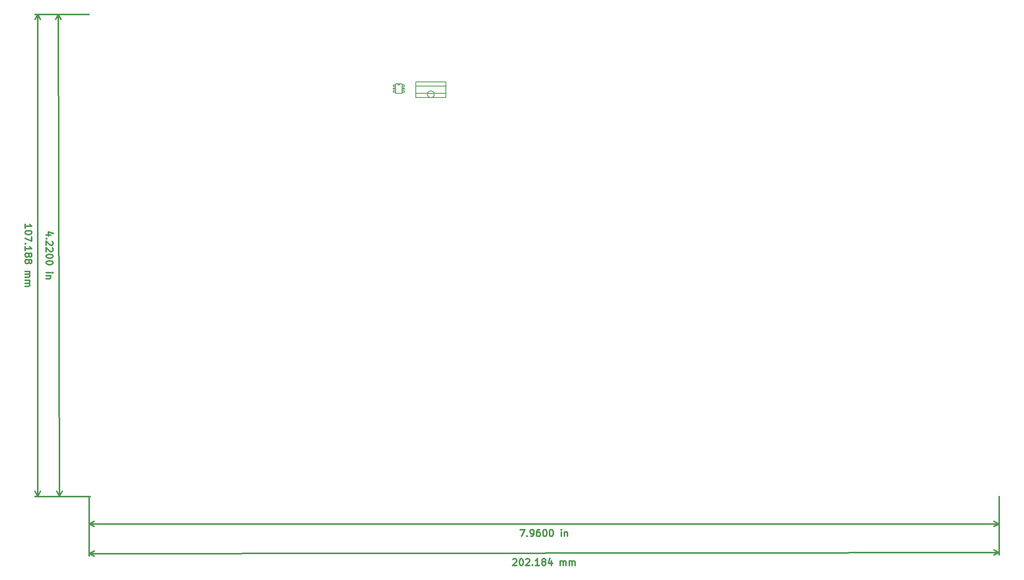
<source format=gbr>
G04 #@! TF.GenerationSoftware,KiCad,Pcbnew,(5.0.0-rc2-dev-586-g888c43477)*
G04 #@! TF.CreationDate,2018-06-03T13:52:13-03:00*
G04 #@! TF.ProjectId,Mcc18,4D636331382E6B696361645F70636200,rev?*
G04 #@! TF.SameCoordinates,Original*
G04 #@! TF.FileFunction,Drawing*
%FSLAX46Y46*%
G04 Gerber Fmt 4.6, Leading zero omitted, Abs format (unit mm)*
G04 Created by KiCad (PCBNEW (5.0.0-rc2-dev-586-g888c43477)) date 06/03/18 13:52:13*
%MOMM*%
%LPD*%
G01*
G04 APERTURE LIST*
%ADD10C,0.300000*%
%ADD11C,0.152400*%
G04 APERTURE END LIST*
D10*
X145808571Y-154440571D02*
X146808571Y-154440571D01*
X146165714Y-155940571D01*
X147380000Y-155797714D02*
X147451428Y-155869142D01*
X147380000Y-155940571D01*
X147308571Y-155869142D01*
X147380000Y-155797714D01*
X147380000Y-155940571D01*
X148165714Y-155940571D02*
X148451428Y-155940571D01*
X148594285Y-155869142D01*
X148665714Y-155797714D01*
X148808571Y-155583428D01*
X148880000Y-155297714D01*
X148880000Y-154726285D01*
X148808571Y-154583428D01*
X148737142Y-154512000D01*
X148594285Y-154440571D01*
X148308571Y-154440571D01*
X148165714Y-154512000D01*
X148094285Y-154583428D01*
X148022857Y-154726285D01*
X148022857Y-155083428D01*
X148094285Y-155226285D01*
X148165714Y-155297714D01*
X148308571Y-155369142D01*
X148594285Y-155369142D01*
X148737142Y-155297714D01*
X148808571Y-155226285D01*
X148880000Y-155083428D01*
X150165714Y-154440571D02*
X149880000Y-154440571D01*
X149737142Y-154512000D01*
X149665714Y-154583428D01*
X149522857Y-154797714D01*
X149451428Y-155083428D01*
X149451428Y-155654857D01*
X149522857Y-155797714D01*
X149594285Y-155869142D01*
X149737142Y-155940571D01*
X150022857Y-155940571D01*
X150165714Y-155869142D01*
X150237142Y-155797714D01*
X150308571Y-155654857D01*
X150308571Y-155297714D01*
X150237142Y-155154857D01*
X150165714Y-155083428D01*
X150022857Y-155012000D01*
X149737142Y-155012000D01*
X149594285Y-155083428D01*
X149522857Y-155154857D01*
X149451428Y-155297714D01*
X151237142Y-154440571D02*
X151380000Y-154440571D01*
X151522857Y-154512000D01*
X151594285Y-154583428D01*
X151665714Y-154726285D01*
X151737142Y-155012000D01*
X151737142Y-155369142D01*
X151665714Y-155654857D01*
X151594285Y-155797714D01*
X151522857Y-155869142D01*
X151380000Y-155940571D01*
X151237142Y-155940571D01*
X151094285Y-155869142D01*
X151022857Y-155797714D01*
X150951428Y-155654857D01*
X150880000Y-155369142D01*
X150880000Y-155012000D01*
X150951428Y-154726285D01*
X151022857Y-154583428D01*
X151094285Y-154512000D01*
X151237142Y-154440571D01*
X152665714Y-154440571D02*
X152808571Y-154440571D01*
X152951428Y-154512000D01*
X153022857Y-154583428D01*
X153094285Y-154726285D01*
X153165714Y-155012000D01*
X153165714Y-155369142D01*
X153094285Y-155654857D01*
X153022857Y-155797714D01*
X152951428Y-155869142D01*
X152808571Y-155940571D01*
X152665714Y-155940571D01*
X152522857Y-155869142D01*
X152451428Y-155797714D01*
X152380000Y-155654857D01*
X152308571Y-155369142D01*
X152308571Y-155012000D01*
X152380000Y-154726285D01*
X152451428Y-154583428D01*
X152522857Y-154512000D01*
X152665714Y-154440571D01*
X154951428Y-155940571D02*
X154951428Y-154940571D01*
X154951428Y-154440571D02*
X154880000Y-154512000D01*
X154951428Y-154583428D01*
X155022857Y-154512000D01*
X154951428Y-154440571D01*
X154951428Y-154583428D01*
X155665714Y-154940571D02*
X155665714Y-155940571D01*
X155665714Y-155083428D02*
X155737142Y-155012000D01*
X155880000Y-154940571D01*
X156094285Y-154940571D01*
X156237142Y-155012000D01*
X156308571Y-155154857D01*
X156308571Y-155940571D01*
X50038000Y-153162000D02*
X252222000Y-153162000D01*
X50038000Y-147066000D02*
X50038000Y-153748421D01*
X252222000Y-147066000D02*
X252222000Y-153748421D01*
X252222000Y-153162000D02*
X251095496Y-153748421D01*
X252222000Y-153162000D02*
X251095496Y-152575579D01*
X50038000Y-153162000D02*
X51164504Y-153748421D01*
X50038000Y-153162000D02*
X51164504Y-152575579D01*
X144218854Y-161068472D02*
X144290193Y-160996954D01*
X144432960Y-160925346D01*
X144790103Y-160924897D01*
X144933049Y-160996146D01*
X145004568Y-161067485D01*
X145076176Y-161210252D01*
X145076355Y-161353109D01*
X145005196Y-161567484D01*
X144149130Y-162425703D01*
X145077701Y-162424537D01*
X146004387Y-160923371D02*
X146147245Y-160923192D01*
X146290191Y-160994441D01*
X146361710Y-161065780D01*
X146433317Y-161208547D01*
X146505105Y-161494171D01*
X146505554Y-161851314D01*
X146434484Y-162137118D01*
X146363235Y-162280065D01*
X146291896Y-162351583D01*
X146149129Y-162423191D01*
X146006272Y-162423370D01*
X145863325Y-162352121D01*
X145791807Y-162280782D01*
X145720199Y-162138015D01*
X145648411Y-161852391D01*
X145647963Y-161495248D01*
X145719032Y-161209444D01*
X145790281Y-161066498D01*
X145861620Y-160994979D01*
X146004387Y-160923371D01*
X147075995Y-161064882D02*
X147147333Y-160993364D01*
X147290101Y-160921756D01*
X147647243Y-160921308D01*
X147790190Y-160992557D01*
X147861708Y-161063895D01*
X147933316Y-161206663D01*
X147933496Y-161349520D01*
X147862336Y-161563895D01*
X147006271Y-162422114D01*
X147934842Y-162420947D01*
X148577519Y-162277283D02*
X148649037Y-162348622D01*
X148577698Y-162420140D01*
X148506180Y-162348801D01*
X148577519Y-162277283D01*
X148577698Y-162420140D01*
X150077697Y-162418255D02*
X149220555Y-162419332D01*
X149649126Y-162418794D02*
X149647242Y-160918795D01*
X149504654Y-161133260D01*
X149361976Y-161276297D01*
X149219209Y-161347904D01*
X150933763Y-161560036D02*
X150790816Y-161488787D01*
X150719298Y-161417449D01*
X150647690Y-161274681D01*
X150647600Y-161203253D01*
X150718849Y-161060306D01*
X150790188Y-160988788D01*
X150932955Y-160917180D01*
X151218669Y-160916821D01*
X151361616Y-160988070D01*
X151433134Y-161059409D01*
X151504742Y-161202176D01*
X151504832Y-161273604D01*
X151433583Y-161416551D01*
X151362244Y-161488069D01*
X151219477Y-161559677D01*
X150933763Y-161560036D01*
X150790995Y-161631644D01*
X150719657Y-161703163D01*
X150648407Y-161846109D01*
X150648766Y-162131823D01*
X150720374Y-162274591D01*
X150791893Y-162345930D01*
X150934839Y-162417179D01*
X151220553Y-162416820D01*
X151363321Y-162345212D01*
X151434660Y-162273693D01*
X151505909Y-162130747D01*
X151505550Y-161845033D01*
X151433942Y-161702265D01*
X151362423Y-161630927D01*
X151219477Y-161559677D01*
X152790725Y-161414846D02*
X152791981Y-162414846D01*
X152432864Y-160843867D02*
X152077068Y-161915743D01*
X153005638Y-161914577D01*
X154720551Y-162412423D02*
X154719294Y-161412423D01*
X154719474Y-161555280D02*
X154790813Y-161483762D01*
X154933580Y-161412154D01*
X155147866Y-161411885D01*
X155290812Y-161483134D01*
X155362420Y-161625901D01*
X155363407Y-162411615D01*
X155362420Y-161625901D02*
X155433669Y-161482955D01*
X155576437Y-161411347D01*
X155790722Y-161411077D01*
X155933669Y-161482326D01*
X156005277Y-161625094D01*
X156006264Y-162410807D01*
X156720549Y-162409910D02*
X156719293Y-161409911D01*
X156719472Y-161552768D02*
X156790811Y-161481250D01*
X156933578Y-161409642D01*
X157147864Y-161409372D01*
X157290811Y-161480622D01*
X157362419Y-161623389D01*
X157363406Y-162409103D01*
X157362419Y-161623389D02*
X157433668Y-161480442D01*
X157576435Y-161408834D01*
X157790721Y-161408565D01*
X157933667Y-161479814D01*
X158005275Y-161622581D01*
X158006262Y-162408295D01*
X252237635Y-159511341D02*
X50053635Y-159765341D01*
X252222000Y-147066000D02*
X252238372Y-160097761D01*
X50038000Y-147320000D02*
X50054372Y-160351761D01*
X50053635Y-159765341D02*
X51179401Y-159177506D01*
X50053635Y-159765341D02*
X51180875Y-160350346D01*
X252237635Y-159511341D02*
X251110395Y-158926336D01*
X252237635Y-159511341D02*
X251111869Y-160099176D01*
X41521937Y-88956753D02*
X40521940Y-88959123D01*
X42092518Y-88598257D02*
X41020246Y-88243654D01*
X41022446Y-89172223D01*
X40666658Y-89744496D02*
X40595399Y-89816094D01*
X40523802Y-89744835D01*
X40595061Y-89673237D01*
X40666658Y-89744496D01*
X40523802Y-89744835D01*
X41882464Y-90384474D02*
X41954062Y-90455733D01*
X42025829Y-90598421D01*
X42026675Y-90955563D01*
X41955585Y-91098589D01*
X41884326Y-91170186D01*
X41741639Y-91241953D01*
X41598782Y-91242292D01*
X41384327Y-91171371D01*
X40525156Y-90316262D01*
X40527356Y-91244831D01*
X41885849Y-91813042D02*
X41957447Y-91884301D01*
X42029214Y-92026988D01*
X42030060Y-92384130D01*
X41958970Y-92527156D01*
X41887711Y-92598754D01*
X41745024Y-92670521D01*
X41602167Y-92670859D01*
X41387713Y-92599939D01*
X40528541Y-91744829D01*
X40530741Y-92673398D01*
X42032938Y-93598413D02*
X42033276Y-93741269D01*
X41962186Y-93884295D01*
X41890927Y-93955893D01*
X41748240Y-94027660D01*
X41462696Y-94099765D01*
X41105554Y-94100612D01*
X40819671Y-94029860D01*
X40676645Y-93958770D01*
X40605047Y-93887511D01*
X40533280Y-93744824D01*
X40532942Y-93601967D01*
X40604032Y-93458941D01*
X40675291Y-93387343D01*
X40817978Y-93315577D01*
X41103523Y-93243471D01*
X41460664Y-93242625D01*
X41746547Y-93313376D01*
X41889573Y-93384466D01*
X41961171Y-93455725D01*
X42032938Y-93598413D01*
X42036323Y-95026980D02*
X42036661Y-95169837D01*
X41965572Y-95312863D01*
X41894312Y-95384460D01*
X41751625Y-95456227D01*
X41466081Y-95528333D01*
X41108939Y-95529179D01*
X40823056Y-95458428D01*
X40680030Y-95387338D01*
X40608433Y-95316079D01*
X40536666Y-95173391D01*
X40536327Y-95030534D01*
X40607417Y-94887508D01*
X40678676Y-94815911D01*
X40821364Y-94744144D01*
X41106908Y-94672039D01*
X41464050Y-94671192D01*
X41749932Y-94741944D01*
X41892958Y-94813033D01*
X41964556Y-94884292D01*
X42036323Y-95026980D01*
X40541743Y-97316242D02*
X41541741Y-97313873D01*
X42041739Y-97312688D02*
X41970142Y-97241429D01*
X41898883Y-97313026D01*
X41970480Y-97384285D01*
X42041739Y-97312688D01*
X41898883Y-97313026D01*
X41543433Y-98028156D02*
X40543436Y-98030526D01*
X41400577Y-98028495D02*
X41472174Y-98099754D01*
X41543941Y-98242441D01*
X41544449Y-98456727D01*
X41473359Y-98599753D01*
X41330672Y-98671519D01*
X40544959Y-98673381D01*
X43184252Y-39894241D02*
X43438252Y-147082241D01*
X50038000Y-39878000D02*
X42597833Y-39895631D01*
X50292000Y-147066000D02*
X42851833Y-147083631D01*
X43438252Y-147082241D02*
X42849163Y-145957130D01*
X43438252Y-147082241D02*
X44022002Y-145954351D01*
X43184252Y-39894241D02*
X42600502Y-41022131D01*
X43184252Y-39894241D02*
X43773341Y-41019352D01*
X35829428Y-87400571D02*
X35829428Y-86543428D01*
X35829428Y-86972000D02*
X37329428Y-86972000D01*
X37115142Y-86829142D01*
X36972285Y-86686285D01*
X36900857Y-86543428D01*
X37329428Y-88329142D02*
X37329428Y-88472000D01*
X37258000Y-88614857D01*
X37186571Y-88686285D01*
X37043714Y-88757714D01*
X36758000Y-88829142D01*
X36400857Y-88829142D01*
X36115142Y-88757714D01*
X35972285Y-88686285D01*
X35900857Y-88614857D01*
X35829428Y-88472000D01*
X35829428Y-88329142D01*
X35900857Y-88186285D01*
X35972285Y-88114857D01*
X36115142Y-88043428D01*
X36400857Y-87972000D01*
X36758000Y-87972000D01*
X37043714Y-88043428D01*
X37186571Y-88114857D01*
X37258000Y-88186285D01*
X37329428Y-88329142D01*
X37329428Y-89329142D02*
X37329428Y-90329142D01*
X35829428Y-89686285D01*
X35972285Y-90900571D02*
X35900857Y-90972000D01*
X35829428Y-90900571D01*
X35900857Y-90829142D01*
X35972285Y-90900571D01*
X35829428Y-90900571D01*
X35829428Y-92400571D02*
X35829428Y-91543428D01*
X35829428Y-91972000D02*
X37329428Y-91972000D01*
X37115142Y-91829142D01*
X36972285Y-91686285D01*
X36900857Y-91543428D01*
X36686571Y-93257714D02*
X36758000Y-93114857D01*
X36829428Y-93043428D01*
X36972285Y-92972000D01*
X37043714Y-92972000D01*
X37186571Y-93043428D01*
X37258000Y-93114857D01*
X37329428Y-93257714D01*
X37329428Y-93543428D01*
X37258000Y-93686285D01*
X37186571Y-93757714D01*
X37043714Y-93829142D01*
X36972285Y-93829142D01*
X36829428Y-93757714D01*
X36758000Y-93686285D01*
X36686571Y-93543428D01*
X36686571Y-93257714D01*
X36615142Y-93114857D01*
X36543714Y-93043428D01*
X36400857Y-92972000D01*
X36115142Y-92972000D01*
X35972285Y-93043428D01*
X35900857Y-93114857D01*
X35829428Y-93257714D01*
X35829428Y-93543428D01*
X35900857Y-93686285D01*
X35972285Y-93757714D01*
X36115142Y-93829142D01*
X36400857Y-93829142D01*
X36543714Y-93757714D01*
X36615142Y-93686285D01*
X36686571Y-93543428D01*
X36686571Y-94686285D02*
X36758000Y-94543428D01*
X36829428Y-94472000D01*
X36972285Y-94400571D01*
X37043714Y-94400571D01*
X37186571Y-94472000D01*
X37258000Y-94543428D01*
X37329428Y-94686285D01*
X37329428Y-94972000D01*
X37258000Y-95114857D01*
X37186571Y-95186285D01*
X37043714Y-95257714D01*
X36972285Y-95257714D01*
X36829428Y-95186285D01*
X36758000Y-95114857D01*
X36686571Y-94972000D01*
X36686571Y-94686285D01*
X36615142Y-94543428D01*
X36543714Y-94472000D01*
X36400857Y-94400571D01*
X36115142Y-94400571D01*
X35972285Y-94472000D01*
X35900857Y-94543428D01*
X35829428Y-94686285D01*
X35829428Y-94972000D01*
X35900857Y-95114857D01*
X35972285Y-95186285D01*
X36115142Y-95257714D01*
X36400857Y-95257714D01*
X36543714Y-95186285D01*
X36615142Y-95114857D01*
X36686571Y-94972000D01*
X35829428Y-97043428D02*
X36829428Y-97043428D01*
X36686571Y-97043428D02*
X36758000Y-97114857D01*
X36829428Y-97257714D01*
X36829428Y-97472000D01*
X36758000Y-97614857D01*
X36615142Y-97686285D01*
X35829428Y-97686285D01*
X36615142Y-97686285D02*
X36758000Y-97757714D01*
X36829428Y-97900571D01*
X36829428Y-98114857D01*
X36758000Y-98257714D01*
X36615142Y-98329142D01*
X35829428Y-98329142D01*
X35829428Y-99043428D02*
X36829428Y-99043428D01*
X36686571Y-99043428D02*
X36758000Y-99114857D01*
X36829428Y-99257714D01*
X36829428Y-99472000D01*
X36758000Y-99614857D01*
X36615142Y-99686285D01*
X35829428Y-99686285D01*
X36615142Y-99686285D02*
X36758000Y-99757714D01*
X36829428Y-99900571D01*
X36829428Y-100114857D01*
X36758000Y-100257714D01*
X36615142Y-100329142D01*
X35829428Y-100329142D01*
X38608000Y-39878000D02*
X38608000Y-147066000D01*
X50038000Y-39878000D02*
X38021579Y-39878000D01*
X50038000Y-147066000D02*
X38021579Y-147066000D01*
X38608000Y-147066000D02*
X38021579Y-145939496D01*
X38608000Y-147066000D02*
X39194421Y-145939496D01*
X38608000Y-39878000D02*
X38021579Y-41004504D01*
X38608000Y-39878000D02*
X39194421Y-41004504D01*
D11*
X126746000Y-57663000D02*
G75*
G03X126746000Y-57663000I-762000J0D01*
G01*
X129304000Y-58367000D02*
X122664000Y-58367000D01*
X129304000Y-54917000D02*
X129304000Y-58367000D01*
X122664000Y-54917000D02*
X129304000Y-54917000D01*
X122664000Y-58367000D02*
X122664000Y-54917000D01*
X129304000Y-54917000D02*
X129304000Y-55817000D01*
X122664000Y-54917000D02*
X129304000Y-54917000D01*
X122664000Y-55817000D02*
X122664000Y-54917000D01*
X129304000Y-55817000D02*
X122664000Y-55817000D01*
X122664000Y-58367000D02*
X122664000Y-57467000D01*
X129304000Y-58367000D02*
X122664000Y-58367000D01*
X129304000Y-57467000D02*
X129304000Y-58367000D01*
X122664000Y-57467000D02*
X129304000Y-57467000D01*
X119176800Y-55308500D02*
G75*
G02X118567200Y-55308500I-304800J0D01*
G01*
X119583200Y-55308500D02*
X119583200Y-57467500D01*
X118160800Y-55308500D02*
X119583200Y-55308500D01*
X118160800Y-57467500D02*
X118160800Y-55308500D01*
X119583200Y-57467500D02*
X118160800Y-57467500D01*
X117665500Y-55585600D02*
X118160800Y-55585600D01*
X117665500Y-55890400D02*
X117665500Y-55585600D01*
X118160800Y-55890400D02*
X117665500Y-55890400D01*
X118160800Y-55585600D02*
X118160800Y-55890400D01*
X117665500Y-56235600D02*
X118160800Y-56235600D01*
X117665500Y-56540400D02*
X117665500Y-56235600D01*
X118160800Y-56540400D02*
X117665500Y-56540400D01*
X118160800Y-56235600D02*
X118160800Y-56540400D01*
X117665500Y-56885600D02*
X118160800Y-56885600D01*
X117665500Y-57190400D02*
X117665500Y-56885600D01*
X118160800Y-57190400D02*
X117665500Y-57190400D01*
X118160800Y-56885600D02*
X118160800Y-57190400D01*
X120078500Y-57190400D02*
X119583200Y-57190400D01*
X120078500Y-56885600D02*
X120078500Y-57190400D01*
X119583200Y-56885600D02*
X120078500Y-56885600D01*
X119583200Y-57190400D02*
X119583200Y-56885600D01*
X120078500Y-56540400D02*
X119583200Y-56540400D01*
X120078500Y-56235600D02*
X120078500Y-56540400D01*
X119583200Y-56235600D02*
X120078500Y-56235600D01*
X119583200Y-56540400D02*
X119583200Y-56235600D01*
X120078500Y-55890400D02*
X119583200Y-55890400D01*
X120078500Y-55585600D02*
X120078500Y-55890400D01*
X119583200Y-55585600D02*
X120078500Y-55585600D01*
X119583200Y-55890400D02*
X119583200Y-55585600D01*
M02*

</source>
